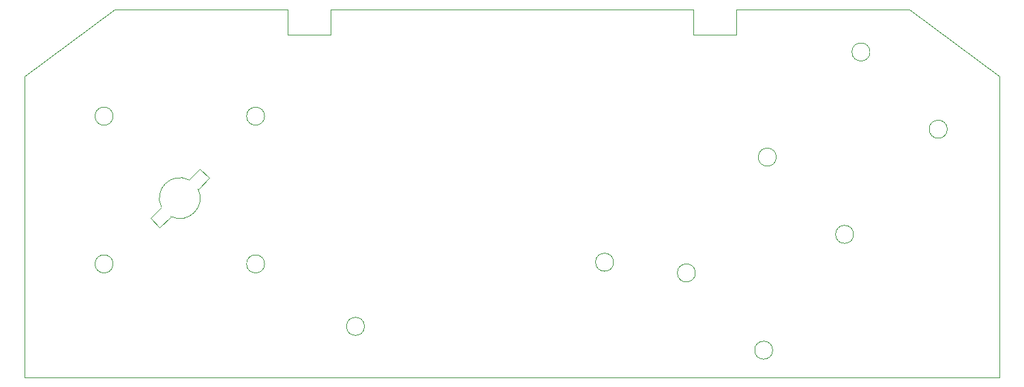
<source format=gm1>
%TF.GenerationSoftware,KiCad,Pcbnew,(6.0.0)*%
%TF.CreationDate,2022-03-13T17:58:50-04:00*%
%TF.ProjectId,jaguar controller top pcb,6a616775-6172-4206-936f-6e74726f6c6c,rev?*%
%TF.SameCoordinates,Original*%
%TF.FileFunction,Profile,NP*%
%FSLAX46Y46*%
G04 Gerber Fmt 4.6, Leading zero omitted, Abs format (unit mm)*
G04 Created by KiCad (PCBNEW (6.0.0)) date 2022-03-13 17:58:50*
%MOMM*%
%LPD*%
G01*
G04 APERTURE LIST*
%TA.AperFunction,Profile*%
%ADD10C,0.100000*%
%TD*%
%TA.AperFunction,Profile*%
%ADD11C,0.120000*%
%TD*%
G04 APERTURE END LIST*
D10*
X83040000Y0D02*
X38010000Y0D01*
X20370057Y-21157288D02*
X21735480Y-19791865D01*
X10960000Y-13250000D02*
G75*
G03*
X10960000Y-13250000I-1120000J0D01*
G01*
X10960000Y-31610000D02*
G75*
G03*
X10960000Y-31610000I-1120000J0D01*
G01*
X88400000Y-3110000D02*
X83040000Y-3110000D01*
X83040000Y-3110000D02*
X83040000Y0D01*
X38010000Y-3110000D02*
X38010000Y0D01*
X73120000Y-31400000D02*
G75*
G03*
X73120000Y-31400000I-1120000J0D01*
G01*
X15604865Y-25922480D02*
X16970288Y-24557057D01*
X29780000Y-31610000D02*
G75*
G03*
X29780000Y-31610000I-1120000J0D01*
G01*
X88400000Y0D02*
X109870000Y0D01*
X22895135Y-20951520D02*
X21529712Y-22316943D01*
X32650000Y0D02*
X11180000Y0D01*
X32650000Y0D02*
X32650000Y-3110000D01*
X18129943Y-25716712D02*
G75*
G03*
X21529712Y-22316943I1119540J2280229D01*
G01*
X20370057Y-21157288D02*
G75*
G03*
X16970288Y-24557057I-1119540J-2280229D01*
G01*
X109870000Y0D02*
X121050000Y-8320000D01*
X11180000Y0D02*
X0Y-8320000D01*
X21735480Y-19791865D02*
X22895135Y-20951520D01*
X32650000Y-3110000D02*
X38010000Y-3110000D01*
X16764520Y-27082135D02*
X15604865Y-25922480D01*
X29780000Y-13250000D02*
G75*
G03*
X29780000Y-13250000I-1120000J0D01*
G01*
X42190000Y-39370000D02*
G75*
G03*
X42190000Y-39370000I-1120000J0D01*
G01*
X88400000Y0D02*
X88400000Y-3110000D01*
X18129943Y-25716712D02*
X16764520Y-27082135D01*
X0Y-45710000D02*
X121050000Y-45710000D01*
X0Y-8320000D02*
X0Y-45710000D01*
X121050000Y-45710000D02*
X121050000Y-8320000D01*
D11*
%TO.C,SW7*%
X92880000Y-42330000D02*
G75*
G03*
X92880000Y-42330000I-1120000J0D01*
G01*
X83280000Y-32730000D02*
G75*
G03*
X83280000Y-32730000I-1120000J0D01*
G01*
%TO.C,SW9*%
X104960000Y-5270000D02*
G75*
G03*
X104960000Y-5270000I-1120000J0D01*
G01*
X114560000Y-14870000D02*
G75*
G03*
X114560000Y-14870000I-1120000J0D01*
G01*
%TO.C,SW8*%
X102930000Y-27940000D02*
G75*
G03*
X102930000Y-27940000I-1120000J0D01*
G01*
X93330000Y-18340000D02*
G75*
G03*
X93330000Y-18340000I-1120000J0D01*
G01*
%TD*%
M02*

</source>
